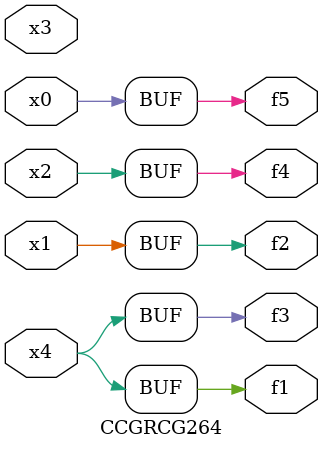
<source format=v>
module CCGRCG264(
	input x0, x1, x2, x3, x4,
	output f1, f2, f3, f4, f5
);
	assign f1 = x4;
	assign f2 = x1;
	assign f3 = x4;
	assign f4 = x2;
	assign f5 = x0;
endmodule

</source>
